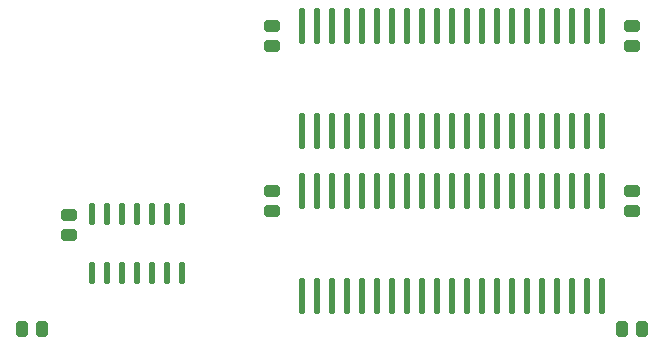
<source format=gtp>
G04 #@! TF.GenerationSoftware,KiCad,Pcbnew,(6.0.1-0)*
G04 #@! TF.CreationDate,2022-02-10T22:24:19-05:00*
G04 #@! TF.ProjectId,MacClassicRAMCard,4d616343-6c61-4737-9369-6352414d4361,rev?*
G04 #@! TF.SameCoordinates,Original*
G04 #@! TF.FileFunction,Paste,Top*
G04 #@! TF.FilePolarity,Positive*
%FSLAX46Y46*%
G04 Gerber Fmt 4.6, Leading zero omitted, Abs format (unit mm)*
G04 Created by KiCad (PCBNEW (6.0.1-0)) date 2022-02-10 22:24:19*
%MOMM*%
%LPD*%
G01*
G04 APERTURE LIST*
G04 Aperture macros list*
%AMRoundRect*
0 Rectangle with rounded corners*
0 $1 Rounding radius*
0 $2 $3 $4 $5 $6 $7 $8 $9 X,Y pos of 4 corners*
0 Add a 4 corners polygon primitive as box body*
4,1,4,$2,$3,$4,$5,$6,$7,$8,$9,$2,$3,0*
0 Add four circle primitives for the rounded corners*
1,1,$1+$1,$2,$3*
1,1,$1+$1,$4,$5*
1,1,$1+$1,$6,$7*
1,1,$1+$1,$8,$9*
0 Add four rect primitives between the rounded corners*
20,1,$1+$1,$2,$3,$4,$5,0*
20,1,$1+$1,$4,$5,$6,$7,0*
20,1,$1+$1,$6,$7,$8,$9,0*
20,1,$1+$1,$8,$9,$2,$3,0*%
G04 Aperture macros list end*
%ADD10RoundRect,0.237500X-0.437500X0.262500X-0.437500X-0.262500X0.437500X-0.262500X0.437500X0.262500X0*%
%ADD11RoundRect,0.237500X0.262500X0.437500X-0.262500X0.437500X-0.262500X-0.437500X0.262500X-0.437500X0*%
%ADD12RoundRect,0.125000X-0.150000X1.374000X-0.150000X-1.374000X0.150000X-1.374000X0.150000X1.374000X0*%
%ADD13RoundRect,0.125000X0.150000X-0.825000X0.150000X0.825000X-0.150000X0.825000X-0.150000X-0.825000X0*%
%ADD14RoundRect,0.237500X-0.262500X-0.437500X0.262500X-0.437500X0.262500X0.437500X-0.262500X0.437500X0*%
G04 APERTURE END LIST*
D10*
X115570000Y-108585000D03*
X115570000Y-110285000D03*
D11*
X96100000Y-120269000D03*
X94400000Y-120269000D03*
D10*
X146050000Y-108585000D03*
X146050000Y-110285000D03*
D12*
X143510000Y-94615000D03*
X142240000Y-94615000D03*
X140970000Y-94615000D03*
X139700000Y-94615000D03*
X138430000Y-94615000D03*
X137160000Y-94615000D03*
X135890000Y-94615000D03*
X134620000Y-94615000D03*
X133350000Y-94615000D03*
X132080000Y-94615000D03*
X130810000Y-94615000D03*
X129540000Y-94615000D03*
X128270000Y-94615000D03*
X127000000Y-94615000D03*
X125730000Y-94615000D03*
X124460000Y-94615000D03*
X123190000Y-94615000D03*
X121920000Y-94615000D03*
X120650000Y-94615000D03*
X119380000Y-94615000D03*
X118110000Y-94615000D03*
X118110000Y-103505000D03*
X119380000Y-103505000D03*
X120650000Y-103505000D03*
X121920000Y-103505000D03*
X123190000Y-103505000D03*
X124460000Y-103505000D03*
X125730000Y-103505000D03*
X127000000Y-103505000D03*
X128270000Y-103505000D03*
X129540000Y-103505000D03*
X130810000Y-103505000D03*
X132080000Y-103505000D03*
X133350000Y-103505000D03*
X134620000Y-103505000D03*
X135890000Y-103505000D03*
X137160000Y-103505000D03*
X138430000Y-103505000D03*
X139700000Y-103505000D03*
X140970000Y-103505000D03*
X142240000Y-103505000D03*
X143510000Y-103505000D03*
D13*
X100330000Y-115505000D03*
X101600000Y-115505000D03*
X102870000Y-115505000D03*
X104140000Y-115505000D03*
X105410000Y-115505000D03*
X106680000Y-115505000D03*
X107950000Y-115505000D03*
X107950000Y-110555000D03*
X106680000Y-110555000D03*
X105410000Y-110555000D03*
X104140000Y-110555000D03*
X102870000Y-110555000D03*
X101600000Y-110555000D03*
X100330000Y-110555000D03*
D12*
X143510000Y-108585000D03*
X142240000Y-108585000D03*
X140970000Y-108585000D03*
X139700000Y-108585000D03*
X138430000Y-108585000D03*
X137160000Y-108585000D03*
X135890000Y-108585000D03*
X134620000Y-108585000D03*
X133350000Y-108585000D03*
X132080000Y-108585000D03*
X130810000Y-108585000D03*
X129540000Y-108585000D03*
X128270000Y-108585000D03*
X127000000Y-108585000D03*
X125730000Y-108585000D03*
X124460000Y-108585000D03*
X123190000Y-108585000D03*
X121920000Y-108585000D03*
X120650000Y-108585000D03*
X119380000Y-108585000D03*
X118110000Y-108585000D03*
X118110000Y-117475000D03*
X119380000Y-117475000D03*
X120650000Y-117475000D03*
X121920000Y-117475000D03*
X123190000Y-117475000D03*
X124460000Y-117475000D03*
X125730000Y-117475000D03*
X127000000Y-117475000D03*
X128270000Y-117475000D03*
X129540000Y-117475000D03*
X130810000Y-117475000D03*
X132080000Y-117475000D03*
X133350000Y-117475000D03*
X134620000Y-117475000D03*
X135890000Y-117475000D03*
X137160000Y-117475000D03*
X138430000Y-117475000D03*
X139700000Y-117475000D03*
X140970000Y-117475000D03*
X142240000Y-117475000D03*
X143510000Y-117475000D03*
D14*
X145200000Y-120269000D03*
X146900000Y-120269000D03*
D10*
X98425000Y-110617000D03*
X98425000Y-112317000D03*
X146050000Y-94615000D03*
X146050000Y-96315000D03*
X115570000Y-94615000D03*
X115570000Y-96315000D03*
M02*

</source>
